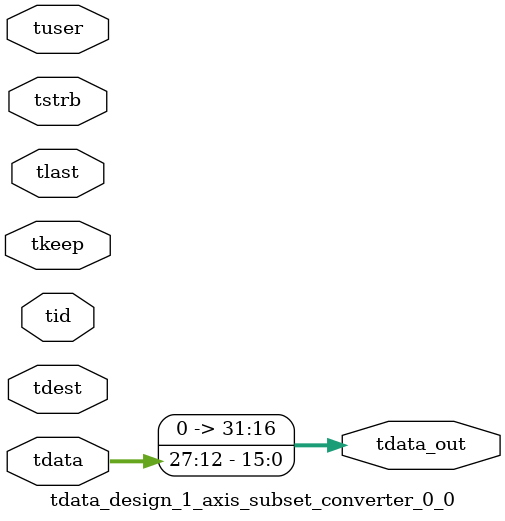
<source format=v>


`timescale 1ps/1ps

module tdata_design_1_axis_subset_converter_0_0 #
(
parameter C_S_AXIS_TDATA_WIDTH = 32,
parameter C_S_AXIS_TUSER_WIDTH = 0,
parameter C_S_AXIS_TID_WIDTH   = 0,
parameter C_S_AXIS_TDEST_WIDTH = 0,
parameter C_M_AXIS_TDATA_WIDTH = 32
)
(
input  [(C_S_AXIS_TDATA_WIDTH == 0 ? 1 : C_S_AXIS_TDATA_WIDTH)-1:0     ] tdata,
input  [(C_S_AXIS_TUSER_WIDTH == 0 ? 1 : C_S_AXIS_TUSER_WIDTH)-1:0     ] tuser,
input  [(C_S_AXIS_TID_WIDTH   == 0 ? 1 : C_S_AXIS_TID_WIDTH)-1:0       ] tid,
input  [(C_S_AXIS_TDEST_WIDTH == 0 ? 1 : C_S_AXIS_TDEST_WIDTH)-1:0     ] tdest,
input  [(C_S_AXIS_TDATA_WIDTH/8)-1:0 ] tkeep,
input  [(C_S_AXIS_TDATA_WIDTH/8)-1:0 ] tstrb,
input                                                                    tlast,
output [C_M_AXIS_TDATA_WIDTH-1:0] tdata_out
);

assign tdata_out = {16'b0,tdata[27:12]};

endmodule


</source>
